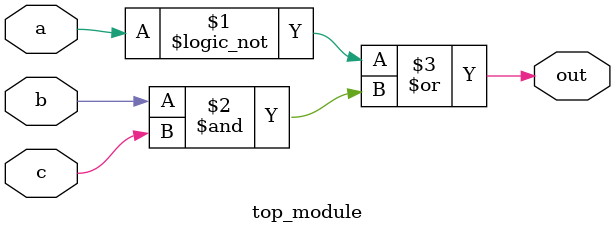
<source format=sv>
module top_module(
	input a, 
	input b,
	input c,
	output out
);

	assign out = !a | (b & c);

endmodule

</source>
